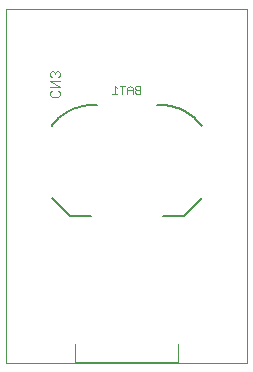
<source format=gbo>
G75*
%MOIN*%
%OFA0B0*%
%FSLAX25Y25*%
%IPPOS*%
%LPD*%
%AMOC8*
5,1,8,0,0,1.08239X$1,22.5*
%
%ADD10C,0.00000*%
%ADD11C,0.00500*%
%ADD12C,0.00200*%
%ADD13C,0.00394*%
%ADD14C,0.00400*%
D10*
X0041335Y0037870D02*
X0041335Y0155980D01*
X0121650Y0155980D01*
X0121650Y0037870D01*
X0041335Y0037870D01*
D11*
X0062493Y0086799D02*
X0069493Y0086799D01*
X0062493Y0086799D02*
X0056493Y0092799D01*
X0056492Y0116799D02*
X0056719Y0117122D01*
X0056954Y0117439D01*
X0057196Y0117751D01*
X0057446Y0118056D01*
X0057703Y0118356D01*
X0057967Y0118649D01*
X0058239Y0118936D01*
X0058517Y0119216D01*
X0058802Y0119489D01*
X0059093Y0119755D01*
X0059391Y0120014D01*
X0059695Y0120265D01*
X0060005Y0120510D01*
X0060321Y0120746D01*
X0060643Y0120975D01*
X0060970Y0121196D01*
X0061302Y0121409D01*
X0061639Y0121614D01*
X0061982Y0121811D01*
X0062328Y0121999D01*
X0062680Y0122179D01*
X0063035Y0122350D01*
X0063395Y0122513D01*
X0063758Y0122666D01*
X0064126Y0122811D01*
X0064496Y0122947D01*
X0064870Y0123074D01*
X0065247Y0123192D01*
X0065626Y0123301D01*
X0066008Y0123400D01*
X0066392Y0123490D01*
X0066779Y0123571D01*
X0067167Y0123642D01*
X0067556Y0123704D01*
X0067948Y0123757D01*
X0068340Y0123800D01*
X0068733Y0123833D01*
X0069127Y0123857D01*
X0069522Y0123871D01*
X0069916Y0123876D01*
X0070311Y0123871D01*
X0070705Y0123857D01*
X0071099Y0123833D01*
X0071493Y0123799D01*
X0091492Y0123799D02*
X0091886Y0123833D01*
X0092280Y0123857D01*
X0092674Y0123871D01*
X0093069Y0123876D01*
X0093463Y0123871D01*
X0093858Y0123857D01*
X0094252Y0123833D01*
X0094645Y0123800D01*
X0095037Y0123757D01*
X0095429Y0123704D01*
X0095818Y0123642D01*
X0096206Y0123571D01*
X0096593Y0123490D01*
X0096977Y0123400D01*
X0097359Y0123301D01*
X0097738Y0123192D01*
X0098115Y0123074D01*
X0098489Y0122947D01*
X0098859Y0122811D01*
X0099227Y0122666D01*
X0099590Y0122513D01*
X0099950Y0122350D01*
X0100305Y0122179D01*
X0100657Y0121999D01*
X0101003Y0121811D01*
X0101346Y0121614D01*
X0101683Y0121409D01*
X0102015Y0121196D01*
X0102342Y0120975D01*
X0102664Y0120746D01*
X0102980Y0120510D01*
X0103290Y0120265D01*
X0103594Y0120014D01*
X0103892Y0119755D01*
X0104183Y0119489D01*
X0104468Y0119216D01*
X0104746Y0118936D01*
X0105018Y0118649D01*
X0105282Y0118356D01*
X0105539Y0118056D01*
X0105789Y0117751D01*
X0106031Y0117439D01*
X0106266Y0117122D01*
X0106493Y0116799D01*
X0106493Y0092799D02*
X0100493Y0086799D01*
X0093493Y0086799D01*
D12*
X0086031Y0127734D02*
X0084752Y0127734D01*
X0084326Y0128160D01*
X0084326Y0128587D01*
X0084752Y0129013D01*
X0086031Y0129013D01*
X0084752Y0129013D02*
X0084326Y0129439D01*
X0084326Y0129866D01*
X0084752Y0130292D01*
X0086031Y0130292D01*
X0086031Y0127734D01*
X0083494Y0127734D02*
X0083494Y0129439D01*
X0082641Y0130292D01*
X0081788Y0129439D01*
X0081788Y0127734D01*
X0081788Y0129013D02*
X0083494Y0129013D01*
X0080956Y0130292D02*
X0079251Y0130292D01*
X0080103Y0130292D02*
X0080103Y0127734D01*
X0078419Y0127734D02*
X0076713Y0127734D01*
X0077566Y0127734D02*
X0077566Y0130292D01*
X0078419Y0129439D01*
D13*
X0064367Y0044169D02*
X0064367Y0038264D01*
X0098619Y0038264D01*
X0098619Y0044169D01*
D14*
X0058688Y0126653D02*
X0056619Y0126653D01*
X0056102Y0127170D01*
X0056102Y0128204D01*
X0056619Y0128721D01*
X0056102Y0129876D02*
X0059205Y0129876D01*
X0056102Y0131944D01*
X0059205Y0131944D01*
X0058688Y0133098D02*
X0059205Y0133615D01*
X0059205Y0134650D01*
X0058688Y0135167D01*
X0058171Y0135167D01*
X0057654Y0134650D01*
X0057136Y0135167D01*
X0056619Y0135167D01*
X0056102Y0134650D01*
X0056102Y0133615D01*
X0056619Y0133098D01*
X0057654Y0134132D02*
X0057654Y0134650D01*
X0058688Y0128721D02*
X0059205Y0128204D01*
X0059205Y0127170D01*
X0058688Y0126653D01*
M02*

</source>
